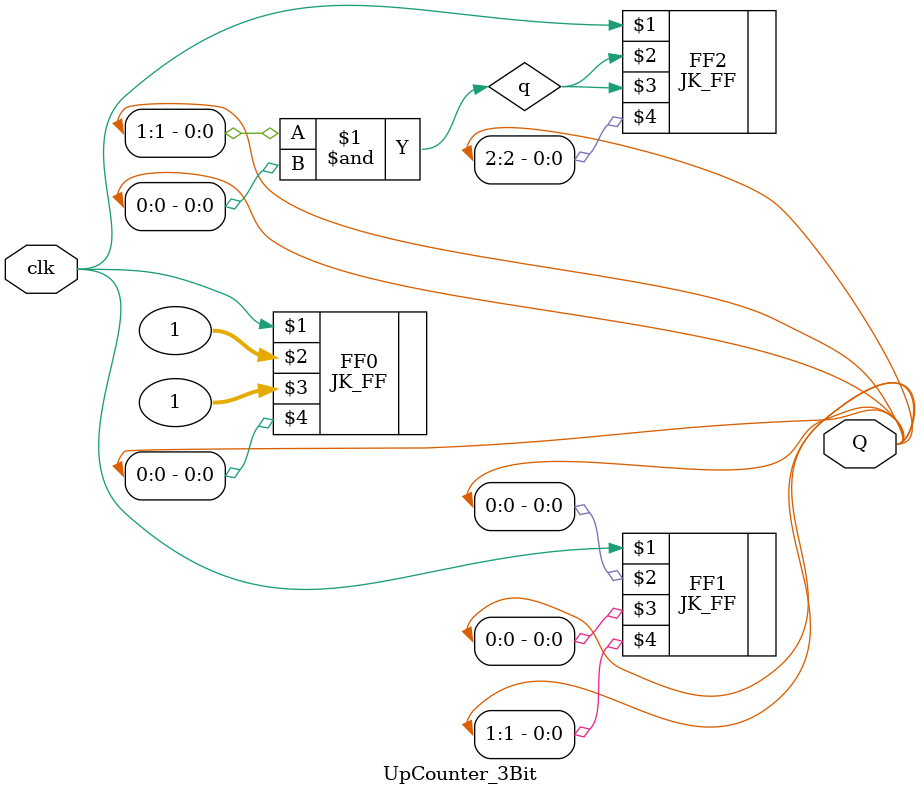
<source format=v>
`timescale 1ns / 1ps

// Author      : Venu Pabbuleti 
// ID          : N180116
//Branch       : ECE
//Project Name : RTL design using Verilog
//Design  Name : 3 Bit Synchronous Up Counter
//Module  Name : UpCounter_3Bit
//RGUKT NUZVID 
//////////////////////////////////////////////////////////////////////////////////

module UpCounter_3Bit(clk,Q);
input clk;
output [2:0]Q;
/*
output [1:0]Q;
JK_FF FF0(clk,1,1,Q[0]);
JK_FF FF1(clk,Q[0],Q[0],Q[1]);*/
wire q;
and a(q,Q[1],Q[0]);

JK_FF FF0(clk,1,1,Q[0]);
JK_FF FF1(clk,Q[0],Q[0],Q[1]);
JK_FF FF2(clk,q,q,Q[2]);
endmodule

</source>
